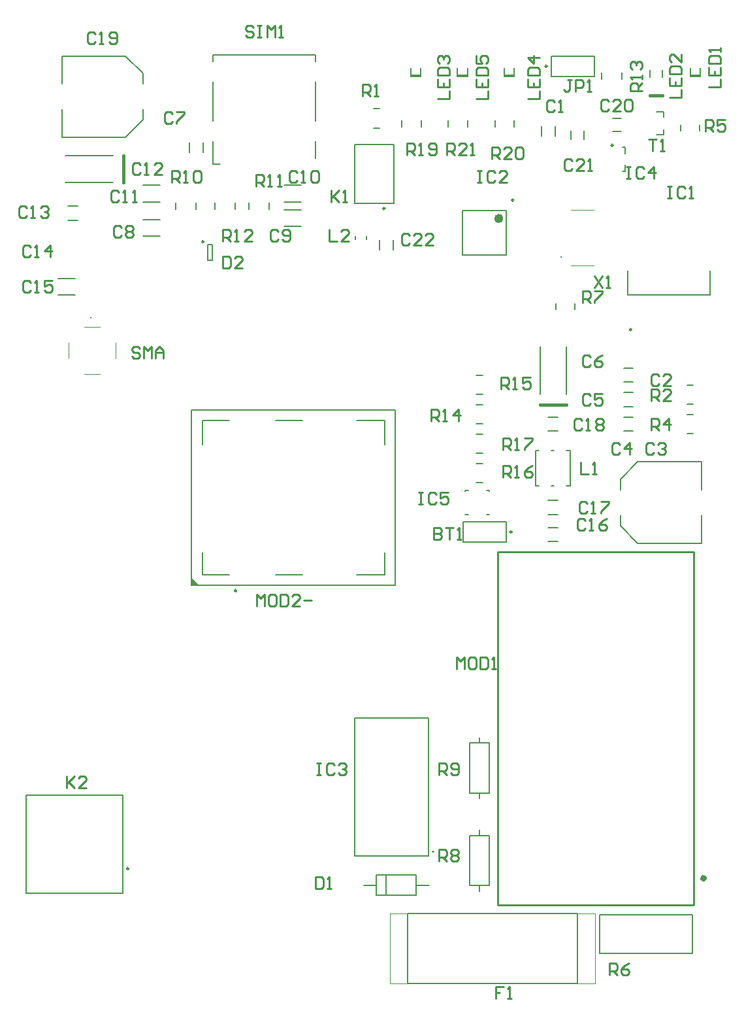
<source format=gto>
G04*
G04 #@! TF.GenerationSoftware,Altium Limited,Altium Designer,21.3.2 (30)*
G04*
G04 Layer_Color=65535*
%FSLAX24Y24*%
%MOIN*%
G70*
G04*
G04 #@! TF.SameCoordinates,7650AEDF-855E-494F-9EC9-4397D0FFA18E*
G04*
G04*
G04 #@! TF.FilePolarity,Positive*
G04*
G01*
G75*
%ADD10C,0.0276*%
%ADD11C,0.0098*%
%ADD12C,0.0039*%
%ADD13C,0.0236*%
%ADD14C,0.0079*%
%ADD15C,0.0100*%
%ADD16C,0.0157*%
%ADD17C,0.0050*%
%ADD18C,0.0030*%
%ADD19R,0.0512X0.0080*%
G36*
X9873Y22971D02*
X10267D01*
X9873Y23365D01*
Y22971D01*
D02*
G37*
D10*
X36037Y8035D02*
G03*
X36037Y8035I-44J0D01*
G01*
D11*
X12166Y22696D02*
G03*
X12166Y22696I-49J0D01*
G01*
X19735Y42184D02*
G03*
X19735Y42184I-49J0D01*
G01*
X26306Y42613D02*
G03*
X26306Y42613I-49J0D01*
G01*
X32317Y36009D02*
G03*
X32317Y36009I-49J0D01*
G01*
X31383Y45399D02*
G03*
X31383Y45399I-49J0D01*
G01*
X10495Y40491D02*
G03*
X10495Y40491I-49J0D01*
G01*
X6665Y8530D02*
G03*
X6665Y8530I-49J0D01*
G01*
X28021Y49434D02*
G03*
X28021Y49434I-49J0D01*
G01*
X26218Y25690D02*
G03*
X26218Y25690I-49J0D01*
G01*
D12*
X23702Y27800D02*
G03*
X23702Y27800I-20J0D01*
G01*
X29229Y39271D02*
X30411D01*
X29229D02*
X30411D01*
X29229Y42105D02*
X30411D01*
X29229D02*
X30411D01*
X4401Y36137D02*
X5188D01*
X4401D02*
X5188D01*
X5991Y34546D02*
Y35334D01*
Y34546D02*
Y35334D01*
X4401Y33743D02*
X5188D01*
X4401D02*
X5188D01*
X3598Y34546D02*
Y35334D01*
Y34546D02*
Y35334D01*
D13*
X25666Y41668D02*
G03*
X25666Y41668I-118J0D01*
G01*
D14*
X28757Y39704D02*
G03*
X28718Y39704I-20J0D01*
G01*
D02*
G03*
X28757Y39704I20J0D01*
G01*
D02*
G03*
X28718Y39704I-20J0D01*
G01*
X22235Y9383D02*
G03*
X22235Y9383I-39J0D01*
G01*
X4716Y36613D02*
G03*
X4755Y36613I20J0D01*
G01*
D02*
G03*
X4716Y36613I-20J0D01*
G01*
D02*
G03*
X4755Y36613I20J0D01*
G01*
X9873Y31909D02*
X20267D01*
Y22971D02*
Y31909D01*
X9873Y22971D02*
Y31909D01*
Y22971D02*
X20267D01*
X14155Y23523D02*
X15513D01*
X19716D02*
Y24635D01*
X18289Y23523D02*
X19716D01*
X10424D02*
Y24635D01*
Y23523D02*
X11812D01*
X19716Y30127D02*
Y31357D01*
X10424Y30127D02*
Y31357D01*
X14155D02*
X15513D01*
X18289D02*
X19716D01*
X10424D02*
X11812D01*
X24913Y26580D02*
X25060D01*
X23840D02*
X23987D01*
X24913Y27800D02*
X25060D01*
X23840D02*
X23987D01*
X25060Y26580D02*
Y26590D01*
Y27790D02*
Y27800D01*
X23840Y26580D02*
Y26590D01*
Y27790D02*
Y27800D01*
X18186Y42440D02*
Y45440D01*
Y42440D02*
X20186D01*
Y45440D01*
X18186D02*
X20186D01*
X24401Y32698D02*
X24716D01*
X24401Y33682D02*
X24716D01*
X23698Y39818D02*
Y42062D01*
X25942Y39818D02*
Y42062D01*
X23698Y39818D02*
X25942D01*
X23698Y42062D02*
X25942D01*
X31832Y48763D02*
Y49117D01*
X30808Y48763D02*
Y49117D01*
X32130Y37757D02*
Y39022D01*
Y37757D02*
X36330D01*
Y39022D01*
X9058Y42133D02*
Y42487D01*
X10082Y42133D02*
Y42487D01*
X7387Y42517D02*
X8253D01*
X7387Y43363D02*
X8253D01*
X7387Y40767D02*
X8253D01*
X7387Y41613D02*
X8253D01*
X7387Y46696D02*
Y47227D01*
X3253Y45810D02*
X6501D01*
X3253D02*
Y47227D01*
Y48527D02*
Y49944D01*
X6501D01*
X7387Y49058D01*
Y48527D02*
Y49058D01*
X6501Y45810D02*
X7387Y46696D01*
X3430Y43521D02*
X5871D01*
X3430Y44859D02*
X5871D01*
X3568Y41586D02*
X4060D01*
X3568Y42294D02*
X4060D01*
X31915Y34044D02*
X32407D01*
X31915Y33336D02*
X32407D01*
X18787Y40601D02*
Y40779D01*
X18216Y40601D02*
Y40779D01*
X20174Y40090D02*
Y40582D01*
X19466Y40090D02*
Y40582D01*
X14592Y41267D02*
X15458D01*
X14592Y42113D02*
X15458D01*
X24401Y28198D02*
X24716D01*
X24401Y29182D02*
X24716D01*
X24401Y29698D02*
X24716D01*
X24401Y30682D02*
X24716D01*
X24401Y31198D02*
X24716D01*
X24401Y32182D02*
X24716D01*
X3066Y37767D02*
X3932D01*
X3066Y38613D02*
X3932D01*
X29905Y45692D02*
Y46125D01*
X29235Y45692D02*
Y46125D01*
X31353Y46105D02*
X31787D01*
X31353Y46775D02*
X31787D01*
X32003Y44080D02*
Y44414D01*
X31846Y44080D02*
X32003D01*
Y44966D02*
Y45300D01*
X31846D02*
X32003D01*
X35812Y46125D02*
Y46440D01*
X34828Y46125D02*
Y46440D01*
X33607Y47119D02*
X33952D01*
Y45938D02*
Y46223D01*
Y46834D02*
Y47119D01*
X33607Y45938D02*
X33952D01*
X28424Y45869D02*
Y46361D01*
X27716Y45869D02*
Y46361D01*
X33255Y48880D02*
Y49236D01*
X33885Y48880D02*
Y49236D01*
X35314Y48910D02*
X35826D01*
Y49344D01*
X35314Y48910D02*
Y49344D01*
X31914Y30836D02*
X32407D01*
X31914Y31544D02*
X32407D01*
X31915Y32086D02*
X32407D01*
X31915Y32794D02*
X32407D01*
X31753Y28371D02*
X32639Y29257D01*
X31753Y26009D02*
Y26540D01*
Y26009D02*
X32639Y25123D01*
X35887D01*
Y26540D01*
Y27840D02*
Y29257D01*
X32639D02*
X35887D01*
X31753Y27840D02*
Y28371D01*
X28452Y37033D02*
Y37347D01*
X29436Y37033D02*
Y37347D01*
X27651Y32694D02*
Y35135D01*
X28989Y32694D02*
Y35135D01*
X35159Y30698D02*
X35474D01*
X35159Y31682D02*
X35474D01*
X35159Y32198D02*
X35474D01*
X35159Y33182D02*
X35474D01*
X28074Y30836D02*
X28566D01*
X28074Y31544D02*
X28566D01*
X28074Y25920D02*
X28566D01*
X28074Y25212D02*
X28566D01*
X28074Y26586D02*
X28566D01*
X28074Y27294D02*
X28566D01*
X28222Y29826D02*
X28379D01*
X28222Y28054D02*
X28379D01*
X29009D02*
X29186D01*
X29009Y29826D02*
X29186D01*
X27415D02*
X27592D01*
X27415Y28054D02*
X27592D01*
X29186D02*
Y29826D01*
X27415Y28054D02*
Y29826D01*
X25814Y48910D02*
Y49344D01*
X26326Y48910D02*
Y49344D01*
X25814Y48910D02*
X26326D01*
X26336Y46344D02*
Y46659D01*
X25352Y46344D02*
Y46659D01*
X23439Y48910D02*
X23951D01*
Y49344D01*
X23439Y48910D02*
Y49344D01*
X23961Y46344D02*
Y46659D01*
X22977Y46344D02*
Y46659D01*
X13832Y42133D02*
Y42487D01*
X12808Y42133D02*
Y42487D01*
X19163Y47269D02*
X19477D01*
X19163Y46284D02*
X19477D01*
X14592Y43363D02*
X15458D01*
X14592Y42517D02*
X15458D01*
X20601Y46344D02*
Y46659D01*
X21586Y46344D02*
Y46659D01*
X21064Y48910D02*
X21576D01*
Y49344D01*
X21064Y48910D02*
Y49344D01*
X10952Y49993D02*
X16188D01*
Y49658D02*
Y49993D01*
X16188Y46647D02*
X16188Y48635D01*
X16188Y44737D02*
Y45623D01*
X10952Y44442D02*
Y45623D01*
Y46647D02*
Y48635D01*
X10952Y49659D02*
Y49993D01*
X10952Y44442D02*
X11326D01*
X9760Y45042D02*
Y45534D01*
X10469Y45042D02*
Y45534D01*
X10702Y40334D02*
X10938D01*
X10702Y39546D02*
X10938D01*
X10702D02*
Y40334D01*
X10938Y39546D02*
Y40334D01*
X12082Y42133D02*
Y42487D01*
X11058Y42133D02*
Y42487D01*
X21960Y9186D02*
Y16194D01*
X18180D02*
X21960D01*
X18180Y9186D02*
Y16194D01*
Y9186D02*
X21960D01*
X19808Y7186D02*
Y8194D01*
X21344Y7690D02*
X21988D01*
X18651D02*
X19296D01*
Y7158D02*
Y8221D01*
Y7158D02*
X21344D01*
Y8221D01*
X19296D02*
X21344D01*
X1439Y7280D02*
X6360D01*
X1439Y7280D02*
Y12280D01*
X6360D01*
Y7280D02*
Y12280D01*
X28222Y49954D02*
X30418D01*
Y48914D02*
Y49954D01*
X28222Y48914D02*
X30418D01*
X28222D02*
Y49954D01*
X30708Y6174D02*
X35432D01*
Y4206D02*
Y6174D01*
X30708Y4206D02*
X35432D01*
X30708D02*
Y6174D01*
X24570Y10220D02*
Y10505D01*
Y7375D02*
Y7660D01*
X24078D02*
X25062D01*
Y10220D01*
X24078D02*
X25062D01*
X24078Y7660D02*
Y10220D01*
X23722Y25170D02*
X25918D01*
X23722D02*
Y26210D01*
X25918D01*
Y25170D02*
Y26210D01*
X24078Y12379D02*
Y14938D01*
X25062D01*
Y12379D02*
Y14938D01*
X24078Y12379D02*
X25062D01*
X24570Y12094D02*
Y12379D01*
Y14938D02*
Y15223D01*
D15*
X35511Y6673D02*
Y24665D01*
X25511D02*
X35511D01*
X25511Y6673D02*
Y24665D01*
Y6673D02*
X35511D01*
X24450Y44100D02*
X24650D01*
X24550D01*
Y43500D01*
X24450D01*
X24650D01*
X25350Y44000D02*
X25250Y44100D01*
X25050D01*
X24950Y44000D01*
Y43600D01*
X25050Y43500D01*
X25250D01*
X25350Y43600D01*
X25950Y43500D02*
X25550D01*
X25950Y43900D01*
Y44000D01*
X25850Y44100D01*
X25650D01*
X25550Y44000D01*
X32870Y48190D02*
X32270D01*
Y48490D01*
X32370Y48590D01*
X32570D01*
X32670Y48490D01*
Y48190D01*
Y48390D02*
X32870Y48590D01*
Y48790D02*
Y48990D01*
Y48890D01*
X32270D01*
X32370Y48790D01*
Y49290D02*
X32270Y49390D01*
Y49590D01*
X32370Y49690D01*
X32470D01*
X32570Y49590D01*
Y49490D01*
Y49590D01*
X32670Y49690D01*
X32770D01*
X32870Y49590D01*
Y49390D01*
X32770Y49290D01*
X8850Y43500D02*
Y44100D01*
X9150D01*
X9250Y44000D01*
Y43800D01*
X9150Y43700D01*
X8850D01*
X9050D02*
X9250Y43500D01*
X9450D02*
X9650D01*
X9550D01*
Y44100D01*
X9450Y44000D01*
X9950D02*
X10050Y44100D01*
X10250D01*
X10350Y44000D01*
Y43600D01*
X10250Y43500D01*
X10050D01*
X9950Y43600D01*
Y44000D01*
X31190Y3110D02*
Y3710D01*
X31490D01*
X31590Y3610D01*
Y3410D01*
X31490Y3310D01*
X31190D01*
X31390D02*
X31590Y3110D01*
X32190Y3710D02*
X31990Y3610D01*
X31790Y3410D01*
Y3210D01*
X31890Y3110D01*
X32090D01*
X32190Y3210D01*
Y3310D01*
X32090Y3410D01*
X31790D01*
X7240Y35030D02*
X7140Y35130D01*
X6940D01*
X6840Y35030D01*
Y34930D01*
X6940Y34830D01*
X7140D01*
X7240Y34730D01*
Y34630D01*
X7140Y34530D01*
X6940D01*
X6840Y34630D01*
X7440Y34530D02*
Y35130D01*
X7640Y34930D01*
X7840Y35130D01*
Y34530D01*
X8040D02*
Y34930D01*
X8240Y35130D01*
X8440Y34930D01*
Y34530D01*
Y34830D01*
X8040D01*
X1650Y40200D02*
X1550Y40300D01*
X1350D01*
X1250Y40200D01*
Y39800D01*
X1350Y39700D01*
X1550D01*
X1650Y39800D01*
X1850Y39700D02*
X2050D01*
X1950D01*
Y40300D01*
X1850Y40200D01*
X2650Y39700D02*
Y40300D01*
X2350Y40000D01*
X2750D01*
X17000Y43100D02*
Y42500D01*
Y42700D01*
X17400Y43100D01*
X17100Y42800D01*
X17400Y42500D01*
X17600D02*
X17800D01*
X17700D01*
Y43100D01*
X17600Y43000D01*
X24395Y47758D02*
X24995D01*
Y48158D01*
X24395Y48757D02*
Y48358D01*
X24995D01*
Y48757D01*
X24695Y48358D02*
Y48557D01*
X24395Y48957D02*
X24995D01*
Y49257D01*
X24895Y49357D01*
X24495D01*
X24395Y49257D01*
Y48957D01*
Y49957D02*
Y49557D01*
X24695D01*
X24595Y49757D01*
Y49857D01*
X24695Y49957D01*
X24895D01*
X24995Y49857D01*
Y49657D01*
X24895Y49557D01*
X27020Y47758D02*
X27620D01*
Y48158D01*
X27020Y48757D02*
Y48358D01*
X27620D01*
Y48757D01*
X27320Y48358D02*
Y48557D01*
X27020Y48957D02*
X27620D01*
Y49257D01*
X27520Y49357D01*
X27120D01*
X27020Y49257D01*
Y48957D01*
X27620Y49857D02*
X27020D01*
X27320Y49557D01*
Y49957D01*
X22440Y47780D02*
X23040D01*
Y48180D01*
X22440Y48780D02*
Y48380D01*
X23040D01*
Y48780D01*
X22740Y48380D02*
Y48580D01*
X22440Y48980D02*
X23040D01*
Y49280D01*
X22940Y49380D01*
X22540D01*
X22440Y49280D01*
Y48980D01*
X22540Y49580D02*
X22440Y49680D01*
Y49880D01*
X22540Y49980D01*
X22640D01*
X22740Y49880D01*
Y49780D01*
Y49880D01*
X22840Y49980D01*
X22940D01*
X23040Y49880D01*
Y49680D01*
X22940Y49580D01*
X29270Y48734D02*
X29070D01*
X29170D01*
Y48234D01*
X29070Y48134D01*
X28970D01*
X28870Y48234D01*
X29470Y48134D02*
Y48734D01*
X29770D01*
X29870Y48634D01*
Y48434D01*
X29770Y48334D01*
X29470D01*
X30070Y48134D02*
X30270D01*
X30170D01*
Y48734D01*
X30070Y48634D01*
X29721Y29240D02*
Y28640D01*
X30121D01*
X30321D02*
X30521D01*
X30421D01*
Y29240D01*
X30321Y29140D01*
X23400Y18700D02*
Y19300D01*
X23600Y19100D01*
X23800Y19300D01*
Y18700D01*
X24300Y19300D02*
X24100D01*
X24000Y19200D01*
Y18800D01*
X24100Y18700D01*
X24300D01*
X24400Y18800D01*
Y19200D01*
X24300Y19300D01*
X24600D02*
Y18700D01*
X24900D01*
X25000Y18800D01*
Y19200D01*
X24900Y19300D01*
X24600D01*
X25200Y18700D02*
X25400D01*
X25300D01*
Y19300D01*
X25200Y19200D01*
X13200Y21900D02*
Y22500D01*
X13400Y22300D01*
X13600Y22500D01*
Y21900D01*
X14100Y22500D02*
X13900D01*
X13800Y22400D01*
Y22000D01*
X13900Y21900D01*
X14100D01*
X14200Y22000D01*
Y22400D01*
X14100Y22500D01*
X14400D02*
Y21900D01*
X14700D01*
X14800Y22000D01*
Y22400D01*
X14700Y22500D01*
X14400D01*
X15400Y21900D02*
X15000D01*
X15400Y22300D01*
Y22400D01*
X15300Y22500D01*
X15100D01*
X15000Y22400D01*
X15600Y22200D02*
X16000D01*
X16900Y41100D02*
Y40500D01*
X17300D01*
X17900D02*
X17500D01*
X17900Y40900D01*
Y41000D01*
X17800Y41100D01*
X17600D01*
X17500Y41000D01*
X22220Y25900D02*
Y25300D01*
X22520D01*
X22620Y25400D01*
Y25500D01*
X22520Y25600D01*
X22220D01*
X22520D01*
X22620Y25700D01*
Y25800D01*
X22520Y25900D01*
X22220D01*
X22820D02*
X23220D01*
X23020D01*
Y25300D01*
X23420D02*
X23620D01*
X23520D01*
Y25900D01*
X23420Y25800D01*
X22080Y31350D02*
Y31950D01*
X22380D01*
X22480Y31850D01*
Y31650D01*
X22380Y31550D01*
X22080D01*
X22280D02*
X22480Y31350D01*
X22680D02*
X22880D01*
X22780D01*
Y31950D01*
X22680Y31850D01*
X23480Y31350D02*
Y31950D01*
X23180Y31650D01*
X23580D01*
X34150Y43300D02*
X34350D01*
X34250D01*
Y42700D01*
X34150D01*
X34350D01*
X35050Y43200D02*
X34950Y43300D01*
X34750D01*
X34650Y43200D01*
Y42800D01*
X34750Y42700D01*
X34950D01*
X35050Y42800D01*
X35250Y42700D02*
X35450D01*
X35350D01*
Y43300D01*
X35250Y43200D01*
X33200Y45700D02*
X33600D01*
X33400D01*
Y45100D01*
X33800D02*
X34000D01*
X33900D01*
Y45700D01*
X33800Y45600D01*
X22500Y8900D02*
Y9500D01*
X22800D01*
X22900Y9400D01*
Y9200D01*
X22800Y9100D01*
X22500D01*
X22700D02*
X22900Y8900D01*
X23100Y9400D02*
X23200Y9500D01*
X23400D01*
X23500Y9400D01*
Y9300D01*
X23400Y9200D01*
X23500Y9100D01*
Y9000D01*
X23400Y8900D01*
X23200D01*
X23100Y9000D01*
Y9100D01*
X23200Y9200D01*
X23100Y9300D01*
Y9400D01*
X23200Y9200D02*
X23400D01*
X21450Y27700D02*
X21650D01*
X21550D01*
Y27100D01*
X21450D01*
X21650D01*
X22350Y27600D02*
X22250Y27700D01*
X22050D01*
X21950Y27600D01*
Y27200D01*
X22050Y27100D01*
X22250D01*
X22350Y27200D01*
X22950Y27700D02*
X22550D01*
Y27400D01*
X22750Y27500D01*
X22850D01*
X22950Y27400D01*
Y27200D01*
X22850Y27100D01*
X22650D01*
X22550Y27200D01*
X30420Y38740D02*
X30820Y38140D01*
Y38740D02*
X30420Y38140D01*
X31020D02*
X31220D01*
X31120D01*
Y38740D01*
X31020Y38640D01*
X13020Y51418D02*
X12920Y51517D01*
X12720D01*
X12620Y51418D01*
Y51318D01*
X12720Y51218D01*
X12920D01*
X13020Y51118D01*
Y51018D01*
X12920Y50918D01*
X12720D01*
X12620Y51018D01*
X13220Y51517D02*
X13420D01*
X13320D01*
Y50918D01*
X13220D01*
X13420D01*
X13720D02*
Y51517D01*
X13920Y51318D01*
X14120Y51517D01*
Y50918D01*
X14320D02*
X14520D01*
X14420D01*
Y51517D01*
X14320Y51418D01*
X22900Y44900D02*
Y45500D01*
X23200D01*
X23300Y45400D01*
Y45200D01*
X23200Y45100D01*
X22900D01*
X23100D02*
X23300Y44900D01*
X23900D02*
X23500D01*
X23900Y45300D01*
Y45400D01*
X23800Y45500D01*
X23600D01*
X23500Y45400D01*
X24100Y44900D02*
X24300D01*
X24200D01*
Y45500D01*
X24100Y45400D01*
X25200Y44700D02*
Y45300D01*
X25500D01*
X25600Y45200D01*
Y45000D01*
X25500Y44900D01*
X25200D01*
X25400D02*
X25600Y44700D01*
X26200D02*
X25800D01*
X26200Y45100D01*
Y45200D01*
X26100Y45300D01*
X25900D01*
X25800Y45200D01*
X26400D02*
X26500Y45300D01*
X26700D01*
X26800Y45200D01*
Y44800D01*
X26700Y44700D01*
X26500D01*
X26400Y44800D01*
Y45200D01*
X20850Y44900D02*
Y45500D01*
X21150D01*
X21250Y45400D01*
Y45200D01*
X21150Y45100D01*
X20850D01*
X21050D02*
X21250Y44900D01*
X21450D02*
X21650D01*
X21550D01*
Y45500D01*
X21450Y45400D01*
X21950Y45000D02*
X22050Y44900D01*
X22250D01*
X22350Y45000D01*
Y45400D01*
X22250Y45500D01*
X22050D01*
X21950Y45400D01*
Y45300D01*
X22050Y45200D01*
X22350D01*
X25747Y29890D02*
Y30490D01*
X26047D01*
X26147Y30390D01*
Y30190D01*
X26047Y30090D01*
X25747D01*
X25947D02*
X26147Y29890D01*
X26347D02*
X26547D01*
X26447D01*
Y30490D01*
X26347Y30390D01*
X26847Y30490D02*
X27247D01*
Y30390D01*
X26847Y29990D01*
Y29890D01*
X25750Y28490D02*
Y29090D01*
X26050D01*
X26150Y28990D01*
Y28790D01*
X26050Y28690D01*
X25750D01*
X25950D02*
X26150Y28490D01*
X26350D02*
X26550D01*
X26450D01*
Y29090D01*
X26350Y28990D01*
X27250Y29090D02*
X27050Y28990D01*
X26850Y28790D01*
Y28590D01*
X26950Y28490D01*
X27150D01*
X27250Y28590D01*
Y28690D01*
X27150Y28790D01*
X26850D01*
X25650Y32960D02*
Y33560D01*
X25950D01*
X26050Y33460D01*
Y33260D01*
X25950Y33160D01*
X25650D01*
X25850D02*
X26050Y32960D01*
X26250D02*
X26450D01*
X26350D01*
Y33560D01*
X26250Y33460D01*
X27150Y33560D02*
X26750D01*
Y33260D01*
X26950Y33360D01*
X27050D01*
X27150Y33260D01*
Y33060D01*
X27050Y32960D01*
X26850D01*
X26750Y33060D01*
X11450Y40500D02*
Y41100D01*
X11750D01*
X11850Y41000D01*
Y40800D01*
X11750Y40700D01*
X11450D01*
X11650D02*
X11850Y40500D01*
X12050D02*
X12250D01*
X12150D01*
Y41100D01*
X12050Y41000D01*
X12950Y40500D02*
X12550D01*
X12950Y40900D01*
Y41000D01*
X12850Y41100D01*
X12650D01*
X12550Y41000D01*
X13150Y43300D02*
Y43900D01*
X13450D01*
X13550Y43800D01*
Y43600D01*
X13450Y43500D01*
X13150D01*
X13350D02*
X13550Y43300D01*
X13750D02*
X13950D01*
X13850D01*
Y43900D01*
X13750Y43800D01*
X14250Y43300D02*
X14450D01*
X14350D01*
Y43900D01*
X14250Y43800D01*
X22500Y13300D02*
Y13900D01*
X22800D01*
X22900Y13800D01*
Y13600D01*
X22800Y13500D01*
X22500D01*
X22700D02*
X22900Y13300D01*
X23100Y13400D02*
X23200Y13300D01*
X23400D01*
X23500Y13400D01*
Y13800D01*
X23400Y13900D01*
X23200D01*
X23100Y13800D01*
Y13700D01*
X23200Y13600D01*
X23500D01*
X29820Y37390D02*
Y37990D01*
X30120D01*
X30220Y37890D01*
Y37690D01*
X30120Y37590D01*
X29820D01*
X30020D02*
X30220Y37390D01*
X30420Y37990D02*
X30820D01*
Y37890D01*
X30420Y37490D01*
Y37390D01*
X36100Y46100D02*
Y46700D01*
X36400D01*
X36500Y46600D01*
Y46400D01*
X36400Y46300D01*
X36100D01*
X36300D02*
X36500Y46100D01*
X37100Y46700D02*
X36700D01*
Y46400D01*
X36900Y46500D01*
X37000D01*
X37100Y46400D01*
Y46200D01*
X37000Y46100D01*
X36800D01*
X36700Y46200D01*
X33316Y30890D02*
Y31490D01*
X33616D01*
X33716Y31390D01*
Y31190D01*
X33616Y31090D01*
X33316D01*
X33516D02*
X33716Y30890D01*
X34216D02*
Y31490D01*
X33916Y31190D01*
X34316D01*
X33320Y32390D02*
Y32990D01*
X33620D01*
X33720Y32890D01*
Y32690D01*
X33620Y32590D01*
X33320D01*
X33520D02*
X33720Y32390D01*
X34320D02*
X33920D01*
X34320Y32790D01*
Y32890D01*
X34220Y32990D01*
X34020D01*
X33920Y32890D01*
X18600Y47900D02*
Y48500D01*
X18900D01*
X19000Y48400D01*
Y48200D01*
X18900Y48100D01*
X18600D01*
X18800D02*
X19000Y47900D01*
X19200D02*
X19400D01*
X19300D01*
Y48500D01*
X19200Y48400D01*
X34270Y47829D02*
X34870D01*
Y48228D01*
X34270Y48828D02*
Y48428D01*
X34870D01*
Y48828D01*
X34570Y48428D02*
Y48628D01*
X34270Y49028D02*
X34870D01*
Y49328D01*
X34770Y49428D01*
X34370D01*
X34270Y49328D01*
Y49028D01*
X34870Y50028D02*
Y49628D01*
X34470Y50028D01*
X34370D01*
X34270Y49928D01*
Y49728D01*
X34370Y49628D01*
X36270Y48358D02*
X36870D01*
Y48758D01*
X36270Y49357D02*
Y48957D01*
X36870D01*
Y49357D01*
X36570Y48957D02*
Y49157D01*
X36270Y49557D02*
X36870D01*
Y49857D01*
X36770Y49957D01*
X36370D01*
X36270Y49857D01*
Y49557D01*
X36870Y50157D02*
Y50357D01*
Y50257D01*
X36270D01*
X36370Y50157D01*
X3480Y13247D02*
Y12647D01*
Y12847D01*
X3880Y13247D01*
X3580Y12947D01*
X3880Y12647D01*
X4480D02*
X4080D01*
X4480Y13047D01*
Y13147D01*
X4380Y13247D01*
X4180D01*
X4080Y13147D01*
X32050Y44300D02*
X32250D01*
X32150D01*
Y43700D01*
X32050D01*
X32250D01*
X32950Y44200D02*
X32850Y44300D01*
X32650D01*
X32550Y44200D01*
Y43800D01*
X32650Y43700D01*
X32850D01*
X32950Y43800D01*
X33450Y43700D02*
Y44300D01*
X33150Y44000D01*
X33550D01*
X16250Y13900D02*
X16450D01*
X16350D01*
Y13300D01*
X16250D01*
X16450D01*
X17150Y13800D02*
X17050Y13900D01*
X16850D01*
X16750Y13800D01*
Y13400D01*
X16850Y13300D01*
X17050D01*
X17150Y13400D01*
X17350Y13800D02*
X17450Y13900D01*
X17650D01*
X17750Y13800D01*
Y13700D01*
X17650Y13600D01*
X17550D01*
X17650D01*
X17750Y13500D01*
Y13400D01*
X17650Y13300D01*
X17450D01*
X17350Y13400D01*
X25800Y2500D02*
X25400D01*
Y2200D01*
X25600D01*
X25400D01*
Y1900D01*
X26000D02*
X26200D01*
X26100D01*
Y2500D01*
X26000Y2400D01*
X11450Y39740D02*
Y39140D01*
X11750D01*
X11850Y39240D01*
Y39640D01*
X11750Y39740D01*
X11450D01*
X12450Y39140D02*
X12050D01*
X12450Y39540D01*
Y39640D01*
X12350Y39740D01*
X12150D01*
X12050Y39640D01*
X16200Y8100D02*
Y7500D01*
X16500D01*
X16600Y7600D01*
Y8000D01*
X16500Y8100D01*
X16200D01*
X16800Y7500D02*
X17000D01*
X16900D01*
Y8100D01*
X16800Y8000D01*
X21000Y40800D02*
X20900Y40900D01*
X20700D01*
X20600Y40800D01*
Y40400D01*
X20700Y40300D01*
X20900D01*
X21000Y40400D01*
X21600Y40300D02*
X21200D01*
X21600Y40700D01*
Y40800D01*
X21500Y40900D01*
X21300D01*
X21200Y40800D01*
X22200Y40300D02*
X21800D01*
X22200Y40700D01*
Y40800D01*
X22100Y40900D01*
X21900D01*
X21800Y40800D01*
X29300Y44600D02*
X29200Y44700D01*
X29000D01*
X28900Y44600D01*
Y44200D01*
X29000Y44100D01*
X29200D01*
X29300Y44200D01*
X29900Y44100D02*
X29500D01*
X29900Y44500D01*
Y44600D01*
X29800Y44700D01*
X29600D01*
X29500Y44600D01*
X30100Y44100D02*
X30300D01*
X30200D01*
Y44700D01*
X30100Y44600D01*
X31170Y47640D02*
X31070Y47740D01*
X30870D01*
X30770Y47640D01*
Y47240D01*
X30870Y47140D01*
X31070D01*
X31170Y47240D01*
X31770Y47140D02*
X31370D01*
X31770Y47540D01*
Y47640D01*
X31670Y47740D01*
X31470D01*
X31370Y47640D01*
X31970D02*
X32070Y47740D01*
X32270D01*
X32370Y47640D01*
Y47240D01*
X32270Y47140D01*
X32070D01*
X31970Y47240D01*
Y47640D01*
X4970Y51077D02*
X4870Y51177D01*
X4670D01*
X4570Y51077D01*
Y50677D01*
X4670Y50577D01*
X4870D01*
X4970Y50677D01*
X5170Y50577D02*
X5370D01*
X5270D01*
Y51177D01*
X5170Y51077D01*
X5670Y50677D02*
X5770Y50577D01*
X5970D01*
X6070Y50677D01*
Y51077D01*
X5970Y51177D01*
X5770D01*
X5670Y51077D01*
Y50977D01*
X5770Y50877D01*
X6070D01*
X29811Y31390D02*
X29711Y31490D01*
X29511D01*
X29411Y31390D01*
Y30990D01*
X29511Y30890D01*
X29711D01*
X29811Y30990D01*
X30011Y30890D02*
X30211D01*
X30111D01*
Y31490D01*
X30011Y31390D01*
X30510D02*
X30610Y31490D01*
X30810D01*
X30910Y31390D01*
Y31290D01*
X30810Y31190D01*
X30910Y31090D01*
Y30990D01*
X30810Y30890D01*
X30610D01*
X30510Y30990D01*
Y31090D01*
X30610Y31190D01*
X30510Y31290D01*
Y31390D01*
X30610Y31190D02*
X30810D01*
X30061Y27140D02*
X29961Y27240D01*
X29761D01*
X29661Y27140D01*
Y26740D01*
X29761Y26640D01*
X29961D01*
X30061Y26740D01*
X30261Y26640D02*
X30461D01*
X30361D01*
Y27240D01*
X30261Y27140D01*
X30760Y27240D02*
X31160D01*
Y27140D01*
X30760Y26740D01*
Y26640D01*
X29970Y26266D02*
X29870Y26366D01*
X29670D01*
X29570Y26266D01*
Y25866D01*
X29670Y25766D01*
X29870D01*
X29970Y25866D01*
X30170Y25766D02*
X30370D01*
X30270D01*
Y26366D01*
X30170Y26266D01*
X31070Y26366D02*
X30870Y26266D01*
X30670Y26066D01*
Y25866D01*
X30770Y25766D01*
X30970D01*
X31070Y25866D01*
Y25966D01*
X30970Y26066D01*
X30670D01*
X1650Y38400D02*
X1550Y38500D01*
X1350D01*
X1250Y38400D01*
Y38000D01*
X1350Y37900D01*
X1550D01*
X1650Y38000D01*
X1850Y37900D02*
X2050D01*
X1950D01*
Y38500D01*
X1850Y38400D01*
X2750Y38500D02*
X2350D01*
Y38200D01*
X2550Y38300D01*
X2650D01*
X2750Y38200D01*
Y38000D01*
X2650Y37900D01*
X2450D01*
X2350Y38000D01*
X1450Y42200D02*
X1350Y42300D01*
X1150D01*
X1050Y42200D01*
Y41800D01*
X1150Y41700D01*
X1350D01*
X1450Y41800D01*
X1650Y41700D02*
X1850D01*
X1750D01*
Y42300D01*
X1650Y42200D01*
X2150D02*
X2250Y42300D01*
X2450D01*
X2550Y42200D01*
Y42100D01*
X2450Y42000D01*
X2350D01*
X2450D01*
X2550Y41900D01*
Y41800D01*
X2450Y41700D01*
X2250D01*
X2150Y41800D01*
X7250Y44400D02*
X7150Y44500D01*
X6950D01*
X6850Y44400D01*
Y44000D01*
X6950Y43900D01*
X7150D01*
X7250Y44000D01*
X7450Y43900D02*
X7650D01*
X7550D01*
Y44500D01*
X7450Y44400D01*
X8350Y43900D02*
X7950D01*
X8350Y44300D01*
Y44400D01*
X8250Y44500D01*
X8050D01*
X7950Y44400D01*
X6150Y43010D02*
X6050Y43110D01*
X5850D01*
X5750Y43010D01*
Y42610D01*
X5850Y42510D01*
X6050D01*
X6150Y42610D01*
X6350Y42510D02*
X6550D01*
X6450D01*
Y43110D01*
X6350Y43010D01*
X6850Y42510D02*
X7050D01*
X6950D01*
Y43110D01*
X6850Y43010D01*
X15250Y44000D02*
X15150Y44100D01*
X14950D01*
X14850Y44000D01*
Y43600D01*
X14950Y43500D01*
X15150D01*
X15250Y43600D01*
X15450Y43500D02*
X15650D01*
X15550D01*
Y44100D01*
X15450Y44000D01*
X15950D02*
X16050Y44100D01*
X16250D01*
X16350Y44000D01*
Y43600D01*
X16250Y43500D01*
X16050D01*
X15950Y43600D01*
Y44000D01*
X14300Y41000D02*
X14200Y41100D01*
X14000D01*
X13900Y41000D01*
Y40600D01*
X14000Y40500D01*
X14200D01*
X14300Y40600D01*
X14500D02*
X14600Y40500D01*
X14800D01*
X14900Y40600D01*
Y41000D01*
X14800Y41100D01*
X14600D01*
X14500Y41000D01*
Y40900D01*
X14600Y40800D01*
X14900D01*
X6300Y41200D02*
X6200Y41300D01*
X6000D01*
X5900Y41200D01*
Y40800D01*
X6000Y40700D01*
X6200D01*
X6300Y40800D01*
X6500Y41200D02*
X6600Y41300D01*
X6800D01*
X6900Y41200D01*
Y41100D01*
X6800Y41000D01*
X6900Y40900D01*
Y40800D01*
X6800Y40700D01*
X6600D01*
X6500Y40800D01*
Y40900D01*
X6600Y41000D01*
X6500Y41100D01*
Y41200D01*
X6600Y41000D02*
X6800D01*
X8900Y47000D02*
X8800Y47100D01*
X8600D01*
X8500Y47000D01*
Y46600D01*
X8600Y46500D01*
X8800D01*
X8900Y46600D01*
X9100Y47100D02*
X9500D01*
Y47000D01*
X9100Y46600D01*
Y46500D01*
X30220Y34614D02*
X30120Y34714D01*
X29920D01*
X29820Y34614D01*
Y34214D01*
X29920Y34114D01*
X30120D01*
X30220Y34214D01*
X30820Y34714D02*
X30620Y34614D01*
X30420Y34414D01*
Y34214D01*
X30520Y34114D01*
X30720D01*
X30820Y34214D01*
Y34314D01*
X30720Y34414D01*
X30420D01*
X30220Y32640D02*
X30120Y32740D01*
X29920D01*
X29820Y32640D01*
Y32240D01*
X29920Y32140D01*
X30120D01*
X30220Y32240D01*
X30820Y32740D02*
X30420D01*
Y32440D01*
X30620Y32540D01*
X30720D01*
X30820Y32440D01*
Y32240D01*
X30720Y32140D01*
X30520D01*
X30420Y32240D01*
X31720Y30140D02*
X31620Y30240D01*
X31420D01*
X31320Y30140D01*
Y29740D01*
X31420Y29640D01*
X31620D01*
X31720Y29740D01*
X32220Y29640D02*
Y30240D01*
X31920Y29940D01*
X32320D01*
X33470Y30140D02*
X33370Y30240D01*
X33170D01*
X33070Y30140D01*
Y29740D01*
X33170Y29640D01*
X33370D01*
X33470Y29740D01*
X33670Y30140D02*
X33770Y30240D01*
X33970D01*
X34070Y30140D01*
Y30040D01*
X33970Y29940D01*
X33870D01*
X33970D01*
X34070Y29840D01*
Y29740D01*
X33970Y29640D01*
X33770D01*
X33670Y29740D01*
X33720Y33640D02*
X33620Y33740D01*
X33420D01*
X33320Y33640D01*
Y33240D01*
X33420Y33140D01*
X33620D01*
X33720Y33240D01*
X34320Y33140D02*
X33920D01*
X34320Y33540D01*
Y33640D01*
X34220Y33740D01*
X34020D01*
X33920Y33640D01*
X28400Y47600D02*
X28300Y47700D01*
X28100D01*
X28000Y47600D01*
Y47200D01*
X28100Y47100D01*
X28300D01*
X28400Y47200D01*
X28600Y47100D02*
X28800D01*
X28700D01*
Y47700D01*
X28600Y47600D01*
D16*
X6383Y43521D02*
Y44859D01*
X33255Y47936D02*
X33885D01*
X27651Y32182D02*
X28989D01*
D17*
X20909Y6228D02*
X29570D01*
Y2685D02*
Y6228D01*
X20909Y2685D02*
X29570D01*
X20909D02*
Y6228D01*
D18*
X20003D02*
X30475D01*
Y2685D02*
Y6228D01*
X20003Y2685D02*
X30475D01*
X20003D02*
Y6228D01*
D19*
X35577Y48967D02*
D03*
X26076Y48967D02*
D03*
X23702D02*
D03*
X21326Y48967D02*
D03*
M02*

</source>
